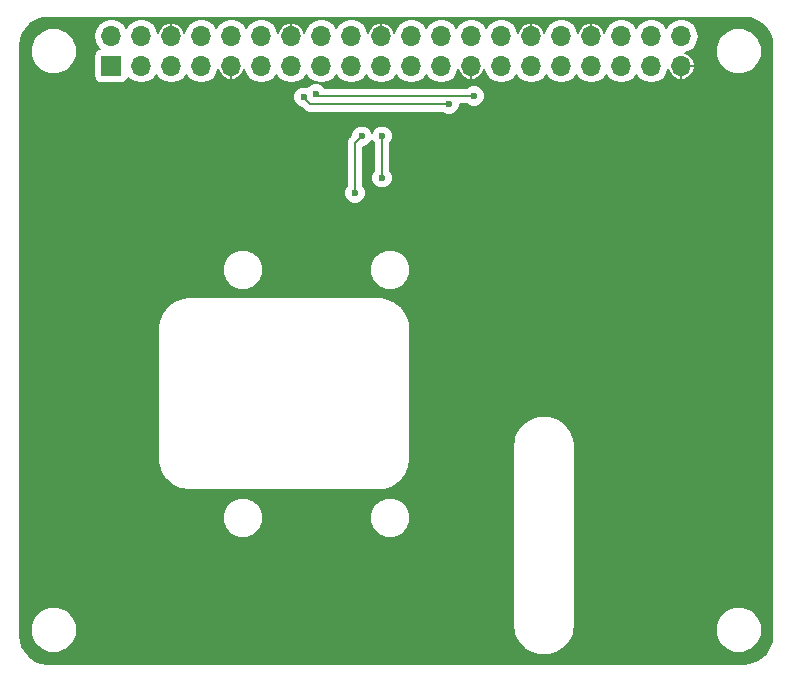
<source format=gbl>
G04 #@! TF.GenerationSoftware,KiCad,Pcbnew,(5.0.2)-1*
G04 #@! TF.CreationDate,2019-03-22T12:59:56+11:00*
G04 #@! TF.ProjectId,VeinCamHat,5665696e-4361-46d4-9861-742e6b696361,rev?*
G04 #@! TF.SameCoordinates,Original*
G04 #@! TF.FileFunction,Copper,L2,Bot*
G04 #@! TF.FilePolarity,Positive*
%FSLAX46Y46*%
G04 Gerber Fmt 4.6, Leading zero omitted, Abs format (unit mm)*
G04 Created by KiCad (PCBNEW (5.0.2)-1) date 22/03/2019 12:59:56*
%MOMM*%
%LPD*%
G01*
G04 APERTURE LIST*
G04 #@! TA.AperFunction,ComponentPad*
%ADD10R,1.700000X1.700000*%
G04 #@! TD*
G04 #@! TA.AperFunction,ComponentPad*
%ADD11O,1.700000X1.700000*%
G04 #@! TD*
G04 #@! TA.AperFunction,ViaPad*
%ADD12C,0.600000*%
G04 #@! TD*
G04 #@! TA.AperFunction,Conductor*
%ADD13C,0.200000*%
G04 #@! TD*
G04 APERTURE END LIST*
D10*
G04 #@! TO.P,J1,1*
G04 #@! TO.N,Net-(J1-Pad1)*
X208370000Y-98770000D03*
D11*
G04 #@! TO.P,J1,2*
G04 #@! TO.N,+5V*
X208370000Y-96230000D03*
G04 #@! TO.P,J1,3*
G04 #@! TO.N,Net-(J1-Pad3)*
X210910000Y-98770000D03*
G04 #@! TO.P,J1,4*
G04 #@! TO.N,+5V*
X210910000Y-96230000D03*
G04 #@! TO.P,J1,5*
G04 #@! TO.N,Net-(J1-Pad5)*
X213450000Y-98770000D03*
G04 #@! TO.P,J1,6*
G04 #@! TO.N,GND*
X213450000Y-96230000D03*
G04 #@! TO.P,J1,7*
G04 #@! TO.N,/LED_READY*
X215990000Y-98770000D03*
G04 #@! TO.P,J1,8*
G04 #@! TO.N,/LED_BOOT*
X215990000Y-96230000D03*
G04 #@! TO.P,J1,9*
G04 #@! TO.N,GND*
X218530000Y-98770000D03*
G04 #@! TO.P,J1,10*
G04 #@! TO.N,Net-(J1-Pad10)*
X218530000Y-96230000D03*
G04 #@! TO.P,J1,11*
G04 #@! TO.N,Net-(J1-Pad11)*
X221070000Y-98770000D03*
G04 #@! TO.P,J1,12*
G04 #@! TO.N,/LED_940*
X221070000Y-96230000D03*
G04 #@! TO.P,J1,13*
G04 #@! TO.N,Net-(J1-Pad13)*
X223610000Y-98770000D03*
G04 #@! TO.P,J1,14*
G04 #@! TO.N,GND*
X223610000Y-96230000D03*
G04 #@! TO.P,J1,15*
G04 #@! TO.N,Net-(J1-Pad15)*
X226150000Y-98770000D03*
G04 #@! TO.P,J1,16*
G04 #@! TO.N,Net-(J1-Pad16)*
X226150000Y-96230000D03*
G04 #@! TO.P,J1,17*
G04 #@! TO.N,Net-(J1-Pad17)*
X228690000Y-98770000D03*
G04 #@! TO.P,J1,18*
G04 #@! TO.N,Net-(J1-Pad18)*
X228690000Y-96230000D03*
G04 #@! TO.P,J1,19*
G04 #@! TO.N,Net-(J1-Pad19)*
X231230000Y-98770000D03*
G04 #@! TO.P,J1,20*
G04 #@! TO.N,GND*
X231230000Y-96230000D03*
G04 #@! TO.P,J1,21*
G04 #@! TO.N,Net-(J1-Pad21)*
X233770000Y-98770000D03*
G04 #@! TO.P,J1,22*
G04 #@! TO.N,Net-(J1-Pad22)*
X233770000Y-96230000D03*
G04 #@! TO.P,J1,23*
G04 #@! TO.N,Net-(J1-Pad23)*
X236310000Y-98770000D03*
G04 #@! TO.P,J1,24*
G04 #@! TO.N,Net-(J1-Pad24)*
X236310000Y-96230000D03*
G04 #@! TO.P,J1,25*
G04 #@! TO.N,GND*
X238850000Y-98770000D03*
G04 #@! TO.P,J1,26*
G04 #@! TO.N,Net-(J1-Pad26)*
X238850000Y-96230000D03*
G04 #@! TO.P,J1,27*
G04 #@! TO.N,Net-(J1-Pad27)*
X241390000Y-98770000D03*
G04 #@! TO.P,J1,28*
G04 #@! TO.N,Net-(J1-Pad28)*
X241390000Y-96230000D03*
G04 #@! TO.P,J1,29*
G04 #@! TO.N,Net-(J1-Pad29)*
X243930000Y-98770000D03*
G04 #@! TO.P,J1,30*
G04 #@! TO.N,GND*
X243930000Y-96230000D03*
G04 #@! TO.P,J1,31*
G04 #@! TO.N,Net-(J1-Pad31)*
X246470000Y-98770000D03*
G04 #@! TO.P,J1,32*
G04 #@! TO.N,Net-(J1-Pad32)*
X246470000Y-96230000D03*
G04 #@! TO.P,J1,33*
G04 #@! TO.N,/LED_850*
X249010000Y-98770000D03*
G04 #@! TO.P,J1,34*
G04 #@! TO.N,GND*
X249010000Y-96230000D03*
G04 #@! TO.P,J1,35*
G04 #@! TO.N,Net-(J1-Pad35)*
X251550000Y-98770000D03*
G04 #@! TO.P,J1,36*
G04 #@! TO.N,Net-(J1-Pad36)*
X251550000Y-96230000D03*
G04 #@! TO.P,J1,37*
G04 #@! TO.N,Net-(J1-Pad37)*
X254090000Y-98770000D03*
G04 #@! TO.P,J1,38*
G04 #@! TO.N,Net-(J1-Pad38)*
X254090000Y-96230000D03*
G04 #@! TO.P,J1,39*
G04 #@! TO.N,GND*
X256630000Y-98770000D03*
G04 #@! TO.P,J1,40*
G04 #@! TO.N,Net-(J1-Pad40)*
X256630000Y-96230000D03*
G04 #@! TD*
D12*
G04 #@! TO.N,GND*
X234000000Y-109800000D03*
X235600000Y-111500000D03*
X234300000Y-112700000D03*
X231900000Y-112000000D03*
X230000000Y-108400000D03*
X227000000Y-108600000D03*
X260000000Y-105000000D03*
X260000000Y-115000000D03*
X260000000Y-125000000D03*
X260000000Y-135000000D03*
X250000000Y-120000000D03*
X250000000Y-130000000D03*
X250000000Y-140000000D03*
X250000000Y-110000000D03*
X240000000Y-105000000D03*
X240000000Y-145000000D03*
X210000000Y-105000000D03*
X207400000Y-148100000D03*
X219400000Y-148300000D03*
G04 #@! TO.N,/LED_READY*
X237000000Y-102000000D03*
X224700000Y-101400000D03*
G04 #@! TO.N,/LED_BOOT*
X239100000Y-101300000D03*
X225700000Y-101100000D03*
G04 #@! TO.N,/LED_940*
X229600000Y-104700000D03*
X229000005Y-109500000D03*
G04 #@! TO.N,/LED_850*
X231300000Y-104700000D03*
X231299987Y-108200013D03*
G04 #@! TD*
D13*
G04 #@! TO.N,/LED_READY*
X236575736Y-102000000D02*
X237000000Y-102000000D01*
X225200000Y-102000000D02*
X224700000Y-101500000D01*
X224700000Y-101500000D02*
X224700000Y-101400000D01*
X237000000Y-102000000D02*
X225200000Y-102000000D01*
G04 #@! TO.N,/LED_BOOT*
X225900000Y-101300000D02*
X225700000Y-101100000D01*
X239100000Y-101300000D02*
X225900000Y-101300000D01*
G04 #@! TO.N,/LED_940*
X229000005Y-105299995D02*
X229000005Y-109075736D01*
X229000005Y-109075736D02*
X229000005Y-109500000D01*
X229600000Y-104700000D02*
X229000005Y-105299995D01*
G04 #@! TO.N,/LED_850*
X231300000Y-104700000D02*
X231300000Y-108199988D01*
G04 #@! TD*
G04 #@! TO.N,GND*
G36*
X262539604Y-94717314D02*
X263050261Y-94902674D01*
X263504584Y-95200541D01*
X263878194Y-95594933D01*
X264151054Y-96064697D01*
X264311105Y-96593144D01*
X264350001Y-97028963D01*
X264350000Y-146962235D01*
X264282686Y-147539604D01*
X264097326Y-148050261D01*
X263799459Y-148504584D01*
X263405071Y-148878191D01*
X262935303Y-149151054D01*
X262406856Y-149311105D01*
X261971049Y-149350000D01*
X203037765Y-149350000D01*
X202460396Y-149282686D01*
X201949739Y-149097326D01*
X201495416Y-148799459D01*
X201121809Y-148405071D01*
X200848946Y-147935303D01*
X200688895Y-147406856D01*
X200650000Y-146971049D01*
X200650000Y-146112121D01*
X201550000Y-146112121D01*
X201550000Y-146887879D01*
X201846870Y-147604586D01*
X202395414Y-148153130D01*
X203112121Y-148450000D01*
X203887879Y-148450000D01*
X204604586Y-148153130D01*
X205153130Y-147604586D01*
X205450000Y-146887879D01*
X205450000Y-146112121D01*
X205430075Y-146064017D01*
X242350000Y-146064017D01*
X242356714Y-146097770D01*
X242356714Y-146116581D01*
X242357888Y-146124435D01*
X242445129Y-146684744D01*
X242470927Y-146769125D01*
X242495681Y-146853777D01*
X242499011Y-146860986D01*
X242740006Y-147374289D01*
X242788433Y-147448011D01*
X242835968Y-147522340D01*
X242841188Y-147528324D01*
X243216563Y-147953355D01*
X243283737Y-148010524D01*
X243350221Y-148068522D01*
X243356911Y-148072801D01*
X243836490Y-148375391D01*
X243917011Y-148411410D01*
X243997098Y-148448415D01*
X244004719Y-148450644D01*
X244549949Y-148606472D01*
X244637372Y-148618447D01*
X244724599Y-148631483D01*
X244732540Y-148631484D01*
X245299590Y-148628020D01*
X245386837Y-148614981D01*
X245474238Y-148603008D01*
X245481860Y-148600779D01*
X246025145Y-148438302D01*
X246105202Y-148401310D01*
X246185753Y-148365278D01*
X246192444Y-148361000D01*
X246668289Y-148052572D01*
X246734790Y-147994559D01*
X246801946Y-147937405D01*
X246807167Y-147931421D01*
X247177322Y-147501836D01*
X247224839Y-147427535D01*
X247273284Y-147353785D01*
X247276615Y-147346576D01*
X247511321Y-146830368D01*
X247536090Y-146745665D01*
X247561872Y-146661334D01*
X247563046Y-146653480D01*
X247640574Y-146112121D01*
X259550000Y-146112121D01*
X259550000Y-146887879D01*
X259846870Y-147604586D01*
X260395414Y-148153130D01*
X261112121Y-148450000D01*
X261887879Y-148450000D01*
X262604586Y-148153130D01*
X263153130Y-147604586D01*
X263450000Y-146887879D01*
X263450000Y-146112121D01*
X263153130Y-145395414D01*
X262604586Y-144846870D01*
X261887879Y-144550000D01*
X261112121Y-144550000D01*
X260395414Y-144846870D01*
X259846870Y-145395414D01*
X259550000Y-146112121D01*
X247640574Y-146112121D01*
X247640942Y-146109556D01*
X247650000Y-146064018D01*
X247650000Y-130935982D01*
X247643286Y-130902229D01*
X247643286Y-130883419D01*
X247642112Y-130875565D01*
X247554871Y-130315256D01*
X247529070Y-130230864D01*
X247504319Y-130146223D01*
X247500989Y-130139014D01*
X247259994Y-129625711D01*
X247211555Y-129551970D01*
X247164032Y-129477661D01*
X247158812Y-129471676D01*
X246783437Y-129046645D01*
X246716242Y-128989458D01*
X246649778Y-128931478D01*
X246643089Y-128927199D01*
X246163510Y-128624608D01*
X246082953Y-128588574D01*
X246002902Y-128551585D01*
X245995281Y-128549356D01*
X245450051Y-128393528D01*
X245362640Y-128381555D01*
X245275402Y-128368517D01*
X245267461Y-128368516D01*
X244700410Y-128371980D01*
X244613169Y-128385019D01*
X244525762Y-128396992D01*
X244518139Y-128399221D01*
X243974855Y-128561698D01*
X243894798Y-128598690D01*
X243814247Y-128634722D01*
X243807556Y-128639001D01*
X243331710Y-128947428D01*
X243265188Y-129005459D01*
X243198054Y-129062595D01*
X243192833Y-129068578D01*
X242822678Y-129498164D01*
X242775148Y-129572485D01*
X242726716Y-129646216D01*
X242723385Y-129653424D01*
X242488679Y-130169633D01*
X242463917Y-130254313D01*
X242438128Y-130338666D01*
X242436954Y-130346520D01*
X242359056Y-130890462D01*
X242350001Y-130935982D01*
X242350000Y-146064017D01*
X205430075Y-146064017D01*
X205153130Y-145395414D01*
X204604586Y-144846870D01*
X203887879Y-144550000D01*
X203112121Y-144550000D01*
X202395414Y-144846870D01*
X201846870Y-145395414D01*
X201550000Y-146112121D01*
X200650000Y-146112121D01*
X200650000Y-136661849D01*
X217800000Y-136661849D01*
X217800000Y-137338151D01*
X218058810Y-137962973D01*
X218537027Y-138441190D01*
X219161849Y-138700000D01*
X219838151Y-138700000D01*
X220462973Y-138441190D01*
X220941190Y-137962973D01*
X221200000Y-137338151D01*
X221200000Y-136661849D01*
X230300000Y-136661849D01*
X230300000Y-137338151D01*
X230558810Y-137962973D01*
X231037027Y-138441190D01*
X231661849Y-138700000D01*
X232338151Y-138700000D01*
X232962973Y-138441190D01*
X233441190Y-137962973D01*
X233700000Y-137338151D01*
X233700000Y-136661849D01*
X233441190Y-136037027D01*
X232962973Y-135558810D01*
X232338151Y-135300000D01*
X231661849Y-135300000D01*
X231037027Y-135558810D01*
X230558810Y-136037027D01*
X230300000Y-136661849D01*
X221200000Y-136661849D01*
X220941190Y-136037027D01*
X220462973Y-135558810D01*
X219838151Y-135300000D01*
X219161849Y-135300000D01*
X218537027Y-135558810D01*
X218058810Y-136037027D01*
X217800000Y-136661849D01*
X200650000Y-136661849D01*
X200650000Y-120933520D01*
X212325000Y-120933520D01*
X212325001Y-132066481D01*
X212329915Y-132091184D01*
X212348824Y-132345641D01*
X212363609Y-132412886D01*
X212372954Y-132481109D01*
X212375269Y-132489023D01*
X212537746Y-133032308D01*
X212576177Y-133115480D01*
X212613579Y-133199094D01*
X212618018Y-133206035D01*
X212618021Y-133206041D01*
X212618025Y-133206045D01*
X212926450Y-133681887D01*
X212986647Y-133750892D01*
X213046045Y-133820685D01*
X213052260Y-133826106D01*
X213481845Y-134196261D01*
X213559033Y-134245626D01*
X213635591Y-134295914D01*
X213643072Y-134299371D01*
X213643075Y-134299373D01*
X213643078Y-134299374D01*
X214159285Y-134534079D01*
X214247225Y-134559795D01*
X214334820Y-134586575D01*
X214342974Y-134587794D01*
X214342976Y-134587794D01*
X214886234Y-134665595D01*
X214933519Y-134675000D01*
X231066481Y-134675000D01*
X231091192Y-134670085D01*
X231345641Y-134651176D01*
X231412886Y-134636391D01*
X231481109Y-134627046D01*
X231489023Y-134624731D01*
X232032308Y-134462254D01*
X232115480Y-134423823D01*
X232199094Y-134386421D01*
X232206035Y-134381982D01*
X232206041Y-134381979D01*
X232206045Y-134381975D01*
X232681887Y-134073550D01*
X232750892Y-134013353D01*
X232820685Y-133953955D01*
X232826106Y-133947740D01*
X233196261Y-133518155D01*
X233245626Y-133440967D01*
X233295914Y-133364409D01*
X233299373Y-133356924D01*
X233534079Y-132840715D01*
X233559795Y-132752775D01*
X233586575Y-132665180D01*
X233587794Y-132657024D01*
X233665595Y-132113766D01*
X233675000Y-132066481D01*
X233675000Y-120933519D01*
X233670085Y-120908808D01*
X233651176Y-120654358D01*
X233636391Y-120587112D01*
X233627046Y-120518891D01*
X233624731Y-120510976D01*
X233462254Y-119967692D01*
X233423839Y-119884553D01*
X233386421Y-119800905D01*
X233381978Y-119793959D01*
X233381978Y-119793958D01*
X233381975Y-119793955D01*
X233073550Y-119318113D01*
X233013337Y-119249089D01*
X232953955Y-119179315D01*
X232947741Y-119173894D01*
X232518155Y-118803739D01*
X232440997Y-118754394D01*
X232364409Y-118704085D01*
X232356930Y-118700630D01*
X232356925Y-118700627D01*
X232356919Y-118700625D01*
X231840715Y-118465921D01*
X231752785Y-118440208D01*
X231665180Y-118413425D01*
X231657024Y-118412206D01*
X231113766Y-118334405D01*
X231066481Y-118325000D01*
X214933519Y-118325000D01*
X214908808Y-118329915D01*
X214654358Y-118348824D01*
X214587112Y-118363609D01*
X214518891Y-118372954D01*
X214510976Y-118375269D01*
X213967692Y-118537746D01*
X213884553Y-118576161D01*
X213800905Y-118613579D01*
X213793962Y-118618020D01*
X213793958Y-118618022D01*
X213793955Y-118618025D01*
X213318113Y-118926450D01*
X213249089Y-118986663D01*
X213179315Y-119046045D01*
X213173894Y-119052259D01*
X212803739Y-119481845D01*
X212754394Y-119559003D01*
X212704085Y-119635591D01*
X212700630Y-119643070D01*
X212700627Y-119643075D01*
X212700625Y-119643081D01*
X212465921Y-120159285D01*
X212440208Y-120247215D01*
X212413425Y-120334820D01*
X212412206Y-120342976D01*
X212334405Y-120886238D01*
X212325000Y-120933520D01*
X200650000Y-120933520D01*
X200650000Y-115661849D01*
X217800000Y-115661849D01*
X217800000Y-116338151D01*
X218058810Y-116962973D01*
X218537027Y-117441190D01*
X219161849Y-117700000D01*
X219838151Y-117700000D01*
X220462973Y-117441190D01*
X220941190Y-116962973D01*
X221200000Y-116338151D01*
X221200000Y-115661849D01*
X230300000Y-115661849D01*
X230300000Y-116338151D01*
X230558810Y-116962973D01*
X231037027Y-117441190D01*
X231661849Y-117700000D01*
X232338151Y-117700000D01*
X232962973Y-117441190D01*
X233441190Y-116962973D01*
X233700000Y-116338151D01*
X233700000Y-115661849D01*
X233441190Y-115037027D01*
X232962973Y-114558810D01*
X232338151Y-114300000D01*
X231661849Y-114300000D01*
X231037027Y-114558810D01*
X230558810Y-115037027D01*
X230300000Y-115661849D01*
X221200000Y-115661849D01*
X220941190Y-115037027D01*
X220462973Y-114558810D01*
X219838151Y-114300000D01*
X219161849Y-114300000D01*
X218537027Y-114558810D01*
X218058810Y-115037027D01*
X217800000Y-115661849D01*
X200650000Y-115661849D01*
X200650000Y-109320979D01*
X228100005Y-109320979D01*
X228100005Y-109679021D01*
X228237022Y-110009809D01*
X228490196Y-110262983D01*
X228820984Y-110400000D01*
X229179026Y-110400000D01*
X229509814Y-110262983D01*
X229762988Y-110009809D01*
X229900005Y-109679021D01*
X229900005Y-109320979D01*
X229762988Y-108990191D01*
X229700005Y-108927208D01*
X229700005Y-105600000D01*
X229779021Y-105600000D01*
X230109809Y-105462983D01*
X230362983Y-105209809D01*
X230450000Y-104999732D01*
X230537017Y-105209809D01*
X230600000Y-105272792D01*
X230600001Y-107627207D01*
X230537004Y-107690204D01*
X230399987Y-108020992D01*
X230399987Y-108379034D01*
X230537004Y-108709822D01*
X230790178Y-108962996D01*
X231120966Y-109100013D01*
X231479008Y-109100013D01*
X231809796Y-108962996D01*
X232062970Y-108709822D01*
X232199987Y-108379034D01*
X232199987Y-108020992D01*
X232062970Y-107690204D01*
X232000000Y-107627234D01*
X232000000Y-105272792D01*
X232062983Y-105209809D01*
X232200000Y-104879021D01*
X232200000Y-104520979D01*
X232062983Y-104190191D01*
X231809809Y-103937017D01*
X231479021Y-103800000D01*
X231120979Y-103800000D01*
X230790191Y-103937017D01*
X230537017Y-104190191D01*
X230450000Y-104400268D01*
X230362983Y-104190191D01*
X230109809Y-103937017D01*
X229779021Y-103800000D01*
X229420979Y-103800000D01*
X229090191Y-103937017D01*
X228837017Y-104190191D01*
X228700000Y-104520979D01*
X228700000Y-104610052D01*
X228553779Y-104756273D01*
X228495334Y-104795325D01*
X228340620Y-105026870D01*
X228300005Y-105231056D01*
X228300005Y-105231060D01*
X228286293Y-105299995D01*
X228300005Y-105368930D01*
X228300006Y-108927207D01*
X228237022Y-108990191D01*
X228100005Y-109320979D01*
X200650000Y-109320979D01*
X200650000Y-101220979D01*
X223800000Y-101220979D01*
X223800000Y-101579021D01*
X223937017Y-101909809D01*
X224190191Y-102162983D01*
X224502324Y-102292273D01*
X224656277Y-102446226D01*
X224695329Y-102504671D01*
X224753773Y-102543722D01*
X224926873Y-102659385D01*
X224973040Y-102668568D01*
X225131060Y-102700000D01*
X225131063Y-102700000D01*
X225200000Y-102713712D01*
X225268936Y-102700000D01*
X236427208Y-102700000D01*
X236490191Y-102762983D01*
X236820979Y-102900000D01*
X237179021Y-102900000D01*
X237509809Y-102762983D01*
X237762983Y-102509809D01*
X237900000Y-102179021D01*
X237900000Y-102000000D01*
X238527208Y-102000000D01*
X238590191Y-102062983D01*
X238920979Y-102200000D01*
X239279021Y-102200000D01*
X239609809Y-102062983D01*
X239862983Y-101809809D01*
X240000000Y-101479021D01*
X240000000Y-101120979D01*
X239862983Y-100790191D01*
X239609809Y-100537017D01*
X239279021Y-100400000D01*
X238920979Y-100400000D01*
X238590191Y-100537017D01*
X238527208Y-100600000D01*
X226467046Y-100600000D01*
X226462983Y-100590191D01*
X226209809Y-100337017D01*
X225879021Y-100200000D01*
X225520979Y-100200000D01*
X225190191Y-100337017D01*
X224983805Y-100543403D01*
X224879021Y-100500000D01*
X224520979Y-100500000D01*
X224190191Y-100637017D01*
X223937017Y-100890191D01*
X223800000Y-101220979D01*
X200650000Y-101220979D01*
X200650000Y-97112121D01*
X201550000Y-97112121D01*
X201550000Y-97887879D01*
X201846870Y-98604586D01*
X202395414Y-99153130D01*
X203112121Y-99450000D01*
X203887879Y-99450000D01*
X204604586Y-99153130D01*
X205153130Y-98604586D01*
X205450000Y-97887879D01*
X205450000Y-97112121D01*
X205153130Y-96395414D01*
X204987716Y-96230000D01*
X206891593Y-96230000D01*
X207004130Y-96795762D01*
X207324608Y-97275392D01*
X207407321Y-97330659D01*
X207285892Y-97354813D01*
X207087425Y-97487425D01*
X206954813Y-97685892D01*
X206908246Y-97920000D01*
X206908246Y-99620000D01*
X206954813Y-99854108D01*
X207087425Y-100052575D01*
X207285892Y-100185187D01*
X207520000Y-100231754D01*
X209220000Y-100231754D01*
X209454108Y-100185187D01*
X209652575Y-100052575D01*
X209785187Y-99854108D01*
X209809341Y-99732679D01*
X209864608Y-99815392D01*
X210344238Y-100135870D01*
X210767188Y-100220000D01*
X211052812Y-100220000D01*
X211475762Y-100135870D01*
X211955392Y-99815392D01*
X212180000Y-99479242D01*
X212404608Y-99815392D01*
X212884238Y-100135870D01*
X213307188Y-100220000D01*
X213592812Y-100220000D01*
X214015762Y-100135870D01*
X214495392Y-99815392D01*
X214720000Y-99479242D01*
X214944608Y-99815392D01*
X215424238Y-100135870D01*
X215847188Y-100220000D01*
X216132812Y-100220000D01*
X216555762Y-100135870D01*
X217035392Y-99815392D01*
X217355870Y-99335762D01*
X217415265Y-99037163D01*
X217543559Y-99380356D01*
X217852220Y-99711390D01*
X218264067Y-99899106D01*
X218343599Y-99914925D01*
X218525000Y-99852488D01*
X218525000Y-98775000D01*
X218505000Y-98775000D01*
X218505000Y-98765000D01*
X218525000Y-98765000D01*
X218525000Y-98745000D01*
X218535000Y-98745000D01*
X218535000Y-98765000D01*
X218555000Y-98765000D01*
X218555000Y-98775000D01*
X218535000Y-98775000D01*
X218535000Y-99852488D01*
X218716401Y-99914925D01*
X218795933Y-99899106D01*
X219207780Y-99711390D01*
X219516441Y-99380356D01*
X219644735Y-99037163D01*
X219704130Y-99335762D01*
X220024608Y-99815392D01*
X220504238Y-100135870D01*
X220927188Y-100220000D01*
X221212812Y-100220000D01*
X221635762Y-100135870D01*
X222115392Y-99815392D01*
X222340000Y-99479242D01*
X222564608Y-99815392D01*
X223044238Y-100135870D01*
X223467188Y-100220000D01*
X223752812Y-100220000D01*
X224175762Y-100135870D01*
X224655392Y-99815392D01*
X224880000Y-99479242D01*
X225104608Y-99815392D01*
X225584238Y-100135870D01*
X226007188Y-100220000D01*
X226292812Y-100220000D01*
X226715762Y-100135870D01*
X227195392Y-99815392D01*
X227420000Y-99479242D01*
X227644608Y-99815392D01*
X228124238Y-100135870D01*
X228547188Y-100220000D01*
X228832812Y-100220000D01*
X229255762Y-100135870D01*
X229735392Y-99815392D01*
X229960000Y-99479242D01*
X230184608Y-99815392D01*
X230664238Y-100135870D01*
X231087188Y-100220000D01*
X231372812Y-100220000D01*
X231795762Y-100135870D01*
X232275392Y-99815392D01*
X232500000Y-99479242D01*
X232724608Y-99815392D01*
X233204238Y-100135870D01*
X233627188Y-100220000D01*
X233912812Y-100220000D01*
X234335762Y-100135870D01*
X234815392Y-99815392D01*
X235040000Y-99479242D01*
X235264608Y-99815392D01*
X235744238Y-100135870D01*
X236167188Y-100220000D01*
X236452812Y-100220000D01*
X236875762Y-100135870D01*
X237355392Y-99815392D01*
X237675870Y-99335762D01*
X237735265Y-99037163D01*
X237863559Y-99380356D01*
X238172220Y-99711390D01*
X238584067Y-99899106D01*
X238663599Y-99914925D01*
X238845000Y-99852488D01*
X238845000Y-98775000D01*
X238825000Y-98775000D01*
X238825000Y-98765000D01*
X238845000Y-98765000D01*
X238845000Y-98745000D01*
X238855000Y-98745000D01*
X238855000Y-98765000D01*
X238875000Y-98765000D01*
X238875000Y-98775000D01*
X238855000Y-98775000D01*
X238855000Y-99852488D01*
X239036401Y-99914925D01*
X239115933Y-99899106D01*
X239527780Y-99711390D01*
X239836441Y-99380356D01*
X239964735Y-99037163D01*
X240024130Y-99335762D01*
X240344608Y-99815392D01*
X240824238Y-100135870D01*
X241247188Y-100220000D01*
X241532812Y-100220000D01*
X241955762Y-100135870D01*
X242435392Y-99815392D01*
X242660000Y-99479242D01*
X242884608Y-99815392D01*
X243364238Y-100135870D01*
X243787188Y-100220000D01*
X244072812Y-100220000D01*
X244495762Y-100135870D01*
X244975392Y-99815392D01*
X245200000Y-99479242D01*
X245424608Y-99815392D01*
X245904238Y-100135870D01*
X246327188Y-100220000D01*
X246612812Y-100220000D01*
X247035762Y-100135870D01*
X247515392Y-99815392D01*
X247740000Y-99479242D01*
X247964608Y-99815392D01*
X248444238Y-100135870D01*
X248867188Y-100220000D01*
X249152812Y-100220000D01*
X249575762Y-100135870D01*
X250055392Y-99815392D01*
X250280000Y-99479242D01*
X250504608Y-99815392D01*
X250984238Y-100135870D01*
X251407188Y-100220000D01*
X251692812Y-100220000D01*
X252115762Y-100135870D01*
X252595392Y-99815392D01*
X252820000Y-99479242D01*
X253044608Y-99815392D01*
X253524238Y-100135870D01*
X253947188Y-100220000D01*
X254232812Y-100220000D01*
X254655762Y-100135870D01*
X255135392Y-99815392D01*
X255455870Y-99335762D01*
X255515265Y-99037163D01*
X255643559Y-99380356D01*
X255952220Y-99711390D01*
X256364067Y-99899106D01*
X256443599Y-99914925D01*
X256625000Y-99852488D01*
X256625000Y-98775000D01*
X256635000Y-98775000D01*
X256635000Y-99852488D01*
X256816401Y-99914925D01*
X256895933Y-99899106D01*
X257307780Y-99711390D01*
X257616441Y-99380356D01*
X257774926Y-98956401D01*
X257712490Y-98775000D01*
X256635000Y-98775000D01*
X256625000Y-98775000D01*
X256605000Y-98775000D01*
X256605000Y-98765000D01*
X256625000Y-98765000D01*
X256625000Y-98745000D01*
X256635000Y-98745000D01*
X256635000Y-98765000D01*
X257712490Y-98765000D01*
X257774926Y-98583599D01*
X257616441Y-98159644D01*
X257307780Y-97828610D01*
X256918257Y-97651069D01*
X257195762Y-97595870D01*
X257675392Y-97275392D01*
X257784486Y-97112121D01*
X259550000Y-97112121D01*
X259550000Y-97887879D01*
X259846870Y-98604586D01*
X260395414Y-99153130D01*
X261112121Y-99450000D01*
X261887879Y-99450000D01*
X262604586Y-99153130D01*
X263153130Y-98604586D01*
X263450000Y-97887879D01*
X263450000Y-97112121D01*
X263153130Y-96395414D01*
X262604586Y-95846870D01*
X261887879Y-95550000D01*
X261112121Y-95550000D01*
X260395414Y-95846870D01*
X259846870Y-96395414D01*
X259550000Y-97112121D01*
X257784486Y-97112121D01*
X257995870Y-96795762D01*
X258108407Y-96230000D01*
X257995870Y-95664238D01*
X257675392Y-95184608D01*
X257195762Y-94864130D01*
X256772812Y-94780000D01*
X256487188Y-94780000D01*
X256064238Y-94864130D01*
X255584608Y-95184608D01*
X255360000Y-95520758D01*
X255135392Y-95184608D01*
X254655762Y-94864130D01*
X254232812Y-94780000D01*
X253947188Y-94780000D01*
X253524238Y-94864130D01*
X253044608Y-95184608D01*
X252820000Y-95520758D01*
X252595392Y-95184608D01*
X252115762Y-94864130D01*
X251692812Y-94780000D01*
X251407188Y-94780000D01*
X250984238Y-94864130D01*
X250504608Y-95184608D01*
X250184130Y-95664238D01*
X250124735Y-95962837D01*
X249996441Y-95619644D01*
X249687780Y-95288610D01*
X249275933Y-95100894D01*
X249196401Y-95085075D01*
X249015000Y-95147512D01*
X249015000Y-96225000D01*
X249035000Y-96225000D01*
X249035000Y-96235000D01*
X249015000Y-96235000D01*
X249015000Y-96255000D01*
X249005000Y-96255000D01*
X249005000Y-96235000D01*
X248985000Y-96235000D01*
X248985000Y-96225000D01*
X249005000Y-96225000D01*
X249005000Y-95147512D01*
X248823599Y-95085075D01*
X248744067Y-95100894D01*
X248332220Y-95288610D01*
X248023559Y-95619644D01*
X247895265Y-95962837D01*
X247835870Y-95664238D01*
X247515392Y-95184608D01*
X247035762Y-94864130D01*
X246612812Y-94780000D01*
X246327188Y-94780000D01*
X245904238Y-94864130D01*
X245424608Y-95184608D01*
X245104130Y-95664238D01*
X245044735Y-95962837D01*
X244916441Y-95619644D01*
X244607780Y-95288610D01*
X244195933Y-95100894D01*
X244116401Y-95085075D01*
X243935000Y-95147512D01*
X243935000Y-96225000D01*
X243955000Y-96225000D01*
X243955000Y-96235000D01*
X243935000Y-96235000D01*
X243935000Y-96255000D01*
X243925000Y-96255000D01*
X243925000Y-96235000D01*
X243905000Y-96235000D01*
X243905000Y-96225000D01*
X243925000Y-96225000D01*
X243925000Y-95147512D01*
X243743599Y-95085075D01*
X243664067Y-95100894D01*
X243252220Y-95288610D01*
X242943559Y-95619644D01*
X242815265Y-95962837D01*
X242755870Y-95664238D01*
X242435392Y-95184608D01*
X241955762Y-94864130D01*
X241532812Y-94780000D01*
X241247188Y-94780000D01*
X240824238Y-94864130D01*
X240344608Y-95184608D01*
X240120000Y-95520758D01*
X239895392Y-95184608D01*
X239415762Y-94864130D01*
X238992812Y-94780000D01*
X238707188Y-94780000D01*
X238284238Y-94864130D01*
X237804608Y-95184608D01*
X237580000Y-95520758D01*
X237355392Y-95184608D01*
X236875762Y-94864130D01*
X236452812Y-94780000D01*
X236167188Y-94780000D01*
X235744238Y-94864130D01*
X235264608Y-95184608D01*
X235040000Y-95520758D01*
X234815392Y-95184608D01*
X234335762Y-94864130D01*
X233912812Y-94780000D01*
X233627188Y-94780000D01*
X233204238Y-94864130D01*
X232724608Y-95184608D01*
X232404130Y-95664238D01*
X232344735Y-95962837D01*
X232216441Y-95619644D01*
X231907780Y-95288610D01*
X231495933Y-95100894D01*
X231416401Y-95085075D01*
X231235000Y-95147512D01*
X231235000Y-96225000D01*
X231255000Y-96225000D01*
X231255000Y-96235000D01*
X231235000Y-96235000D01*
X231235000Y-96255000D01*
X231225000Y-96255000D01*
X231225000Y-96235000D01*
X231205000Y-96235000D01*
X231205000Y-96225000D01*
X231225000Y-96225000D01*
X231225000Y-95147512D01*
X231043599Y-95085075D01*
X230964067Y-95100894D01*
X230552220Y-95288610D01*
X230243559Y-95619644D01*
X230115265Y-95962837D01*
X230055870Y-95664238D01*
X229735392Y-95184608D01*
X229255762Y-94864130D01*
X228832812Y-94780000D01*
X228547188Y-94780000D01*
X228124238Y-94864130D01*
X227644608Y-95184608D01*
X227420000Y-95520758D01*
X227195392Y-95184608D01*
X226715762Y-94864130D01*
X226292812Y-94780000D01*
X226007188Y-94780000D01*
X225584238Y-94864130D01*
X225104608Y-95184608D01*
X224784130Y-95664238D01*
X224724735Y-95962837D01*
X224596441Y-95619644D01*
X224287780Y-95288610D01*
X223875933Y-95100894D01*
X223796401Y-95085075D01*
X223615000Y-95147512D01*
X223615000Y-96225000D01*
X223635000Y-96225000D01*
X223635000Y-96235000D01*
X223615000Y-96235000D01*
X223615000Y-96255000D01*
X223605000Y-96255000D01*
X223605000Y-96235000D01*
X223585000Y-96235000D01*
X223585000Y-96225000D01*
X223605000Y-96225000D01*
X223605000Y-95147512D01*
X223423599Y-95085075D01*
X223344067Y-95100894D01*
X222932220Y-95288610D01*
X222623559Y-95619644D01*
X222495265Y-95962837D01*
X222435870Y-95664238D01*
X222115392Y-95184608D01*
X221635762Y-94864130D01*
X221212812Y-94780000D01*
X220927188Y-94780000D01*
X220504238Y-94864130D01*
X220024608Y-95184608D01*
X219800000Y-95520758D01*
X219575392Y-95184608D01*
X219095762Y-94864130D01*
X218672812Y-94780000D01*
X218387188Y-94780000D01*
X217964238Y-94864130D01*
X217484608Y-95184608D01*
X217260000Y-95520758D01*
X217035392Y-95184608D01*
X216555762Y-94864130D01*
X216132812Y-94780000D01*
X215847188Y-94780000D01*
X215424238Y-94864130D01*
X214944608Y-95184608D01*
X214624130Y-95664238D01*
X214564735Y-95962837D01*
X214436441Y-95619644D01*
X214127780Y-95288610D01*
X213715933Y-95100894D01*
X213636401Y-95085075D01*
X213455000Y-95147512D01*
X213455000Y-96225000D01*
X213475000Y-96225000D01*
X213475000Y-96235000D01*
X213455000Y-96235000D01*
X213455000Y-96255000D01*
X213445000Y-96255000D01*
X213445000Y-96235000D01*
X213425000Y-96235000D01*
X213425000Y-96225000D01*
X213445000Y-96225000D01*
X213445000Y-95147512D01*
X213263599Y-95085075D01*
X213184067Y-95100894D01*
X212772220Y-95288610D01*
X212463559Y-95619644D01*
X212335265Y-95962837D01*
X212275870Y-95664238D01*
X211955392Y-95184608D01*
X211475762Y-94864130D01*
X211052812Y-94780000D01*
X210767188Y-94780000D01*
X210344238Y-94864130D01*
X209864608Y-95184608D01*
X209640000Y-95520758D01*
X209415392Y-95184608D01*
X208935762Y-94864130D01*
X208512812Y-94780000D01*
X208227188Y-94780000D01*
X207804238Y-94864130D01*
X207324608Y-95184608D01*
X207004130Y-95664238D01*
X206891593Y-96230000D01*
X204987716Y-96230000D01*
X204604586Y-95846870D01*
X203887879Y-95550000D01*
X203112121Y-95550000D01*
X202395414Y-95846870D01*
X201846870Y-96395414D01*
X201550000Y-97112121D01*
X200650000Y-97112121D01*
X200650000Y-97037764D01*
X200717314Y-96460396D01*
X200902674Y-95949739D01*
X201200541Y-95495416D01*
X201594933Y-95121806D01*
X202064697Y-94848946D01*
X202593144Y-94688895D01*
X203028952Y-94650000D01*
X261962236Y-94650000D01*
X262539604Y-94717314D01*
X262539604Y-94717314D01*
G37*
X262539604Y-94717314D02*
X263050261Y-94902674D01*
X263504584Y-95200541D01*
X263878194Y-95594933D01*
X264151054Y-96064697D01*
X264311105Y-96593144D01*
X264350001Y-97028963D01*
X264350000Y-146962235D01*
X264282686Y-147539604D01*
X264097326Y-148050261D01*
X263799459Y-148504584D01*
X263405071Y-148878191D01*
X262935303Y-149151054D01*
X262406856Y-149311105D01*
X261971049Y-149350000D01*
X203037765Y-149350000D01*
X202460396Y-149282686D01*
X201949739Y-149097326D01*
X201495416Y-148799459D01*
X201121809Y-148405071D01*
X200848946Y-147935303D01*
X200688895Y-147406856D01*
X200650000Y-146971049D01*
X200650000Y-146112121D01*
X201550000Y-146112121D01*
X201550000Y-146887879D01*
X201846870Y-147604586D01*
X202395414Y-148153130D01*
X203112121Y-148450000D01*
X203887879Y-148450000D01*
X204604586Y-148153130D01*
X205153130Y-147604586D01*
X205450000Y-146887879D01*
X205450000Y-146112121D01*
X205430075Y-146064017D01*
X242350000Y-146064017D01*
X242356714Y-146097770D01*
X242356714Y-146116581D01*
X242357888Y-146124435D01*
X242445129Y-146684744D01*
X242470927Y-146769125D01*
X242495681Y-146853777D01*
X242499011Y-146860986D01*
X242740006Y-147374289D01*
X242788433Y-147448011D01*
X242835968Y-147522340D01*
X242841188Y-147528324D01*
X243216563Y-147953355D01*
X243283737Y-148010524D01*
X243350221Y-148068522D01*
X243356911Y-148072801D01*
X243836490Y-148375391D01*
X243917011Y-148411410D01*
X243997098Y-148448415D01*
X244004719Y-148450644D01*
X244549949Y-148606472D01*
X244637372Y-148618447D01*
X244724599Y-148631483D01*
X244732540Y-148631484D01*
X245299590Y-148628020D01*
X245386837Y-148614981D01*
X245474238Y-148603008D01*
X245481860Y-148600779D01*
X246025145Y-148438302D01*
X246105202Y-148401310D01*
X246185753Y-148365278D01*
X246192444Y-148361000D01*
X246668289Y-148052572D01*
X246734790Y-147994559D01*
X246801946Y-147937405D01*
X246807167Y-147931421D01*
X247177322Y-147501836D01*
X247224839Y-147427535D01*
X247273284Y-147353785D01*
X247276615Y-147346576D01*
X247511321Y-146830368D01*
X247536090Y-146745665D01*
X247561872Y-146661334D01*
X247563046Y-146653480D01*
X247640574Y-146112121D01*
X259550000Y-146112121D01*
X259550000Y-146887879D01*
X259846870Y-147604586D01*
X260395414Y-148153130D01*
X261112121Y-148450000D01*
X261887879Y-148450000D01*
X262604586Y-148153130D01*
X263153130Y-147604586D01*
X263450000Y-146887879D01*
X263450000Y-146112121D01*
X263153130Y-145395414D01*
X262604586Y-144846870D01*
X261887879Y-144550000D01*
X261112121Y-144550000D01*
X260395414Y-144846870D01*
X259846870Y-145395414D01*
X259550000Y-146112121D01*
X247640574Y-146112121D01*
X247640942Y-146109556D01*
X247650000Y-146064018D01*
X247650000Y-130935982D01*
X247643286Y-130902229D01*
X247643286Y-130883419D01*
X247642112Y-130875565D01*
X247554871Y-130315256D01*
X247529070Y-130230864D01*
X247504319Y-130146223D01*
X247500989Y-130139014D01*
X247259994Y-129625711D01*
X247211555Y-129551970D01*
X247164032Y-129477661D01*
X247158812Y-129471676D01*
X246783437Y-129046645D01*
X246716242Y-128989458D01*
X246649778Y-128931478D01*
X246643089Y-128927199D01*
X246163510Y-128624608D01*
X246082953Y-128588574D01*
X246002902Y-128551585D01*
X245995281Y-128549356D01*
X245450051Y-128393528D01*
X245362640Y-128381555D01*
X245275402Y-128368517D01*
X245267461Y-128368516D01*
X244700410Y-128371980D01*
X244613169Y-128385019D01*
X244525762Y-128396992D01*
X244518139Y-128399221D01*
X243974855Y-128561698D01*
X243894798Y-128598690D01*
X243814247Y-128634722D01*
X243807556Y-128639001D01*
X243331710Y-128947428D01*
X243265188Y-129005459D01*
X243198054Y-129062595D01*
X243192833Y-129068578D01*
X242822678Y-129498164D01*
X242775148Y-129572485D01*
X242726716Y-129646216D01*
X242723385Y-129653424D01*
X242488679Y-130169633D01*
X242463917Y-130254313D01*
X242438128Y-130338666D01*
X242436954Y-130346520D01*
X242359056Y-130890462D01*
X242350001Y-130935982D01*
X242350000Y-146064017D01*
X205430075Y-146064017D01*
X205153130Y-145395414D01*
X204604586Y-144846870D01*
X203887879Y-144550000D01*
X203112121Y-144550000D01*
X202395414Y-144846870D01*
X201846870Y-145395414D01*
X201550000Y-146112121D01*
X200650000Y-146112121D01*
X200650000Y-136661849D01*
X217800000Y-136661849D01*
X217800000Y-137338151D01*
X218058810Y-137962973D01*
X218537027Y-138441190D01*
X219161849Y-138700000D01*
X219838151Y-138700000D01*
X220462973Y-138441190D01*
X220941190Y-137962973D01*
X221200000Y-137338151D01*
X221200000Y-136661849D01*
X230300000Y-136661849D01*
X230300000Y-137338151D01*
X230558810Y-137962973D01*
X231037027Y-138441190D01*
X231661849Y-138700000D01*
X232338151Y-138700000D01*
X232962973Y-138441190D01*
X233441190Y-137962973D01*
X233700000Y-137338151D01*
X233700000Y-136661849D01*
X233441190Y-136037027D01*
X232962973Y-135558810D01*
X232338151Y-135300000D01*
X231661849Y-135300000D01*
X231037027Y-135558810D01*
X230558810Y-136037027D01*
X230300000Y-136661849D01*
X221200000Y-136661849D01*
X220941190Y-136037027D01*
X220462973Y-135558810D01*
X219838151Y-135300000D01*
X219161849Y-135300000D01*
X218537027Y-135558810D01*
X218058810Y-136037027D01*
X217800000Y-136661849D01*
X200650000Y-136661849D01*
X200650000Y-120933520D01*
X212325000Y-120933520D01*
X212325001Y-132066481D01*
X212329915Y-132091184D01*
X212348824Y-132345641D01*
X212363609Y-132412886D01*
X212372954Y-132481109D01*
X212375269Y-132489023D01*
X212537746Y-133032308D01*
X212576177Y-133115480D01*
X212613579Y-133199094D01*
X212618018Y-133206035D01*
X212618021Y-133206041D01*
X212618025Y-133206045D01*
X212926450Y-133681887D01*
X212986647Y-133750892D01*
X213046045Y-133820685D01*
X213052260Y-133826106D01*
X213481845Y-134196261D01*
X213559033Y-134245626D01*
X213635591Y-134295914D01*
X213643072Y-134299371D01*
X213643075Y-134299373D01*
X213643078Y-134299374D01*
X214159285Y-134534079D01*
X214247225Y-134559795D01*
X214334820Y-134586575D01*
X214342974Y-134587794D01*
X214342976Y-134587794D01*
X214886234Y-134665595D01*
X214933519Y-134675000D01*
X231066481Y-134675000D01*
X231091192Y-134670085D01*
X231345641Y-134651176D01*
X231412886Y-134636391D01*
X231481109Y-134627046D01*
X231489023Y-134624731D01*
X232032308Y-134462254D01*
X232115480Y-134423823D01*
X232199094Y-134386421D01*
X232206035Y-134381982D01*
X232206041Y-134381979D01*
X232206045Y-134381975D01*
X232681887Y-134073550D01*
X232750892Y-134013353D01*
X232820685Y-133953955D01*
X232826106Y-133947740D01*
X233196261Y-133518155D01*
X233245626Y-133440967D01*
X233295914Y-133364409D01*
X233299373Y-133356924D01*
X233534079Y-132840715D01*
X233559795Y-132752775D01*
X233586575Y-132665180D01*
X233587794Y-132657024D01*
X233665595Y-132113766D01*
X233675000Y-132066481D01*
X233675000Y-120933519D01*
X233670085Y-120908808D01*
X233651176Y-120654358D01*
X233636391Y-120587112D01*
X233627046Y-120518891D01*
X233624731Y-120510976D01*
X233462254Y-119967692D01*
X233423839Y-119884553D01*
X233386421Y-119800905D01*
X233381978Y-119793959D01*
X233381978Y-119793958D01*
X233381975Y-119793955D01*
X233073550Y-119318113D01*
X233013337Y-119249089D01*
X232953955Y-119179315D01*
X232947741Y-119173894D01*
X232518155Y-118803739D01*
X232440997Y-118754394D01*
X232364409Y-118704085D01*
X232356930Y-118700630D01*
X232356925Y-118700627D01*
X232356919Y-118700625D01*
X231840715Y-118465921D01*
X231752785Y-118440208D01*
X231665180Y-118413425D01*
X231657024Y-118412206D01*
X231113766Y-118334405D01*
X231066481Y-118325000D01*
X214933519Y-118325000D01*
X214908808Y-118329915D01*
X214654358Y-118348824D01*
X214587112Y-118363609D01*
X214518891Y-118372954D01*
X214510976Y-118375269D01*
X213967692Y-118537746D01*
X213884553Y-118576161D01*
X213800905Y-118613579D01*
X213793962Y-118618020D01*
X213793958Y-118618022D01*
X213793955Y-118618025D01*
X213318113Y-118926450D01*
X213249089Y-118986663D01*
X213179315Y-119046045D01*
X213173894Y-119052259D01*
X212803739Y-119481845D01*
X212754394Y-119559003D01*
X212704085Y-119635591D01*
X212700630Y-119643070D01*
X212700627Y-119643075D01*
X212700625Y-119643081D01*
X212465921Y-120159285D01*
X212440208Y-120247215D01*
X212413425Y-120334820D01*
X212412206Y-120342976D01*
X212334405Y-120886238D01*
X212325000Y-120933520D01*
X200650000Y-120933520D01*
X200650000Y-115661849D01*
X217800000Y-115661849D01*
X217800000Y-116338151D01*
X218058810Y-116962973D01*
X218537027Y-117441190D01*
X219161849Y-117700000D01*
X219838151Y-117700000D01*
X220462973Y-117441190D01*
X220941190Y-116962973D01*
X221200000Y-116338151D01*
X221200000Y-115661849D01*
X230300000Y-115661849D01*
X230300000Y-116338151D01*
X230558810Y-116962973D01*
X231037027Y-117441190D01*
X231661849Y-117700000D01*
X232338151Y-117700000D01*
X232962973Y-117441190D01*
X233441190Y-116962973D01*
X233700000Y-116338151D01*
X233700000Y-115661849D01*
X233441190Y-115037027D01*
X232962973Y-114558810D01*
X232338151Y-114300000D01*
X231661849Y-114300000D01*
X231037027Y-114558810D01*
X230558810Y-115037027D01*
X230300000Y-115661849D01*
X221200000Y-115661849D01*
X220941190Y-115037027D01*
X220462973Y-114558810D01*
X219838151Y-114300000D01*
X219161849Y-114300000D01*
X218537027Y-114558810D01*
X218058810Y-115037027D01*
X217800000Y-115661849D01*
X200650000Y-115661849D01*
X200650000Y-109320979D01*
X228100005Y-109320979D01*
X228100005Y-109679021D01*
X228237022Y-110009809D01*
X228490196Y-110262983D01*
X228820984Y-110400000D01*
X229179026Y-110400000D01*
X229509814Y-110262983D01*
X229762988Y-110009809D01*
X229900005Y-109679021D01*
X229900005Y-109320979D01*
X229762988Y-108990191D01*
X229700005Y-108927208D01*
X229700005Y-105600000D01*
X229779021Y-105600000D01*
X230109809Y-105462983D01*
X230362983Y-105209809D01*
X230450000Y-104999732D01*
X230537017Y-105209809D01*
X230600000Y-105272792D01*
X230600001Y-107627207D01*
X230537004Y-107690204D01*
X230399987Y-108020992D01*
X230399987Y-108379034D01*
X230537004Y-108709822D01*
X230790178Y-108962996D01*
X231120966Y-109100013D01*
X231479008Y-109100013D01*
X231809796Y-108962996D01*
X232062970Y-108709822D01*
X232199987Y-108379034D01*
X232199987Y-108020992D01*
X232062970Y-107690204D01*
X232000000Y-107627234D01*
X232000000Y-105272792D01*
X232062983Y-105209809D01*
X232200000Y-104879021D01*
X232200000Y-104520979D01*
X232062983Y-104190191D01*
X231809809Y-103937017D01*
X231479021Y-103800000D01*
X231120979Y-103800000D01*
X230790191Y-103937017D01*
X230537017Y-104190191D01*
X230450000Y-104400268D01*
X230362983Y-104190191D01*
X230109809Y-103937017D01*
X229779021Y-103800000D01*
X229420979Y-103800000D01*
X229090191Y-103937017D01*
X228837017Y-104190191D01*
X228700000Y-104520979D01*
X228700000Y-104610052D01*
X228553779Y-104756273D01*
X228495334Y-104795325D01*
X228340620Y-105026870D01*
X228300005Y-105231056D01*
X228300005Y-105231060D01*
X228286293Y-105299995D01*
X228300005Y-105368930D01*
X228300006Y-108927207D01*
X228237022Y-108990191D01*
X228100005Y-109320979D01*
X200650000Y-109320979D01*
X200650000Y-101220979D01*
X223800000Y-101220979D01*
X223800000Y-101579021D01*
X223937017Y-101909809D01*
X224190191Y-102162983D01*
X224502324Y-102292273D01*
X224656277Y-102446226D01*
X224695329Y-102504671D01*
X224753773Y-102543722D01*
X224926873Y-102659385D01*
X224973040Y-102668568D01*
X225131060Y-102700000D01*
X225131063Y-102700000D01*
X225200000Y-102713712D01*
X225268936Y-102700000D01*
X236427208Y-102700000D01*
X236490191Y-102762983D01*
X236820979Y-102900000D01*
X237179021Y-102900000D01*
X237509809Y-102762983D01*
X237762983Y-102509809D01*
X237900000Y-102179021D01*
X237900000Y-102000000D01*
X238527208Y-102000000D01*
X238590191Y-102062983D01*
X238920979Y-102200000D01*
X239279021Y-102200000D01*
X239609809Y-102062983D01*
X239862983Y-101809809D01*
X240000000Y-101479021D01*
X240000000Y-101120979D01*
X239862983Y-100790191D01*
X239609809Y-100537017D01*
X239279021Y-100400000D01*
X238920979Y-100400000D01*
X238590191Y-100537017D01*
X238527208Y-100600000D01*
X226467046Y-100600000D01*
X226462983Y-100590191D01*
X226209809Y-100337017D01*
X225879021Y-100200000D01*
X225520979Y-100200000D01*
X225190191Y-100337017D01*
X224983805Y-100543403D01*
X224879021Y-100500000D01*
X224520979Y-100500000D01*
X224190191Y-100637017D01*
X223937017Y-100890191D01*
X223800000Y-101220979D01*
X200650000Y-101220979D01*
X200650000Y-97112121D01*
X201550000Y-97112121D01*
X201550000Y-97887879D01*
X201846870Y-98604586D01*
X202395414Y-99153130D01*
X203112121Y-99450000D01*
X203887879Y-99450000D01*
X204604586Y-99153130D01*
X205153130Y-98604586D01*
X205450000Y-97887879D01*
X205450000Y-97112121D01*
X205153130Y-96395414D01*
X204987716Y-96230000D01*
X206891593Y-96230000D01*
X207004130Y-96795762D01*
X207324608Y-97275392D01*
X207407321Y-97330659D01*
X207285892Y-97354813D01*
X207087425Y-97487425D01*
X206954813Y-97685892D01*
X206908246Y-97920000D01*
X206908246Y-99620000D01*
X206954813Y-99854108D01*
X207087425Y-100052575D01*
X207285892Y-100185187D01*
X207520000Y-100231754D01*
X209220000Y-100231754D01*
X209454108Y-100185187D01*
X209652575Y-100052575D01*
X209785187Y-99854108D01*
X209809341Y-99732679D01*
X209864608Y-99815392D01*
X210344238Y-100135870D01*
X210767188Y-100220000D01*
X211052812Y-100220000D01*
X211475762Y-100135870D01*
X211955392Y-99815392D01*
X212180000Y-99479242D01*
X212404608Y-99815392D01*
X212884238Y-100135870D01*
X213307188Y-100220000D01*
X213592812Y-100220000D01*
X214015762Y-100135870D01*
X214495392Y-99815392D01*
X214720000Y-99479242D01*
X214944608Y-99815392D01*
X215424238Y-100135870D01*
X215847188Y-100220000D01*
X216132812Y-100220000D01*
X216555762Y-100135870D01*
X217035392Y-99815392D01*
X217355870Y-99335762D01*
X217415265Y-99037163D01*
X217543559Y-99380356D01*
X217852220Y-99711390D01*
X218264067Y-99899106D01*
X218343599Y-99914925D01*
X218525000Y-99852488D01*
X218525000Y-98775000D01*
X218505000Y-98775000D01*
X218505000Y-98765000D01*
X218525000Y-98765000D01*
X218525000Y-98745000D01*
X218535000Y-98745000D01*
X218535000Y-98765000D01*
X218555000Y-98765000D01*
X218555000Y-98775000D01*
X218535000Y-98775000D01*
X218535000Y-99852488D01*
X218716401Y-99914925D01*
X218795933Y-99899106D01*
X219207780Y-99711390D01*
X219516441Y-99380356D01*
X219644735Y-99037163D01*
X219704130Y-99335762D01*
X220024608Y-99815392D01*
X220504238Y-100135870D01*
X220927188Y-100220000D01*
X221212812Y-100220000D01*
X221635762Y-100135870D01*
X222115392Y-99815392D01*
X222340000Y-99479242D01*
X222564608Y-99815392D01*
X223044238Y-100135870D01*
X223467188Y-100220000D01*
X223752812Y-100220000D01*
X224175762Y-100135870D01*
X224655392Y-99815392D01*
X224880000Y-99479242D01*
X225104608Y-99815392D01*
X225584238Y-100135870D01*
X226007188Y-100220000D01*
X226292812Y-100220000D01*
X226715762Y-100135870D01*
X227195392Y-99815392D01*
X227420000Y-99479242D01*
X227644608Y-99815392D01*
X228124238Y-100135870D01*
X228547188Y-100220000D01*
X228832812Y-100220000D01*
X229255762Y-100135870D01*
X229735392Y-99815392D01*
X229960000Y-99479242D01*
X230184608Y-99815392D01*
X230664238Y-100135870D01*
X231087188Y-100220000D01*
X231372812Y-100220000D01*
X231795762Y-100135870D01*
X232275392Y-99815392D01*
X232500000Y-99479242D01*
X232724608Y-99815392D01*
X233204238Y-100135870D01*
X233627188Y-100220000D01*
X233912812Y-100220000D01*
X234335762Y-100135870D01*
X234815392Y-99815392D01*
X235040000Y-99479242D01*
X235264608Y-99815392D01*
X235744238Y-100135870D01*
X236167188Y-100220000D01*
X236452812Y-100220000D01*
X236875762Y-100135870D01*
X237355392Y-99815392D01*
X237675870Y-99335762D01*
X237735265Y-99037163D01*
X237863559Y-99380356D01*
X238172220Y-99711390D01*
X238584067Y-99899106D01*
X238663599Y-99914925D01*
X238845000Y-99852488D01*
X238845000Y-98775000D01*
X238825000Y-98775000D01*
X238825000Y-98765000D01*
X238845000Y-98765000D01*
X238845000Y-98745000D01*
X238855000Y-98745000D01*
X238855000Y-98765000D01*
X238875000Y-98765000D01*
X238875000Y-98775000D01*
X238855000Y-98775000D01*
X238855000Y-99852488D01*
X239036401Y-99914925D01*
X239115933Y-99899106D01*
X239527780Y-99711390D01*
X239836441Y-99380356D01*
X239964735Y-99037163D01*
X240024130Y-99335762D01*
X240344608Y-99815392D01*
X240824238Y-100135870D01*
X241247188Y-100220000D01*
X241532812Y-100220000D01*
X241955762Y-100135870D01*
X242435392Y-99815392D01*
X242660000Y-99479242D01*
X242884608Y-99815392D01*
X243364238Y-100135870D01*
X243787188Y-100220000D01*
X244072812Y-100220000D01*
X244495762Y-100135870D01*
X244975392Y-99815392D01*
X245200000Y-99479242D01*
X245424608Y-99815392D01*
X245904238Y-100135870D01*
X246327188Y-100220000D01*
X246612812Y-100220000D01*
X247035762Y-100135870D01*
X247515392Y-99815392D01*
X247740000Y-99479242D01*
X247964608Y-99815392D01*
X248444238Y-100135870D01*
X248867188Y-100220000D01*
X249152812Y-100220000D01*
X249575762Y-100135870D01*
X250055392Y-99815392D01*
X250280000Y-99479242D01*
X250504608Y-99815392D01*
X250984238Y-100135870D01*
X251407188Y-100220000D01*
X251692812Y-100220000D01*
X252115762Y-100135870D01*
X252595392Y-99815392D01*
X252820000Y-99479242D01*
X253044608Y-99815392D01*
X253524238Y-100135870D01*
X253947188Y-100220000D01*
X254232812Y-100220000D01*
X254655762Y-100135870D01*
X255135392Y-99815392D01*
X255455870Y-99335762D01*
X255515265Y-99037163D01*
X255643559Y-99380356D01*
X255952220Y-99711390D01*
X256364067Y-99899106D01*
X256443599Y-99914925D01*
X256625000Y-99852488D01*
X256625000Y-98775000D01*
X256635000Y-98775000D01*
X256635000Y-99852488D01*
X256816401Y-99914925D01*
X256895933Y-99899106D01*
X257307780Y-99711390D01*
X257616441Y-99380356D01*
X257774926Y-98956401D01*
X257712490Y-98775000D01*
X256635000Y-98775000D01*
X256625000Y-98775000D01*
X256605000Y-98775000D01*
X256605000Y-98765000D01*
X256625000Y-98765000D01*
X256625000Y-98745000D01*
X256635000Y-98745000D01*
X256635000Y-98765000D01*
X257712490Y-98765000D01*
X257774926Y-98583599D01*
X257616441Y-98159644D01*
X257307780Y-97828610D01*
X256918257Y-97651069D01*
X257195762Y-97595870D01*
X257675392Y-97275392D01*
X257784486Y-97112121D01*
X259550000Y-97112121D01*
X259550000Y-97887879D01*
X259846870Y-98604586D01*
X260395414Y-99153130D01*
X261112121Y-99450000D01*
X261887879Y-99450000D01*
X262604586Y-99153130D01*
X263153130Y-98604586D01*
X263450000Y-97887879D01*
X263450000Y-97112121D01*
X263153130Y-96395414D01*
X262604586Y-95846870D01*
X261887879Y-95550000D01*
X261112121Y-95550000D01*
X260395414Y-95846870D01*
X259846870Y-96395414D01*
X259550000Y-97112121D01*
X257784486Y-97112121D01*
X257995870Y-96795762D01*
X258108407Y-96230000D01*
X257995870Y-95664238D01*
X257675392Y-95184608D01*
X257195762Y-94864130D01*
X256772812Y-94780000D01*
X256487188Y-94780000D01*
X256064238Y-94864130D01*
X255584608Y-95184608D01*
X255360000Y-95520758D01*
X255135392Y-95184608D01*
X254655762Y-94864130D01*
X254232812Y-94780000D01*
X253947188Y-94780000D01*
X253524238Y-94864130D01*
X253044608Y-95184608D01*
X252820000Y-95520758D01*
X252595392Y-95184608D01*
X252115762Y-94864130D01*
X251692812Y-94780000D01*
X251407188Y-94780000D01*
X250984238Y-94864130D01*
X250504608Y-95184608D01*
X250184130Y-95664238D01*
X250124735Y-95962837D01*
X249996441Y-95619644D01*
X249687780Y-95288610D01*
X249275933Y-95100894D01*
X249196401Y-95085075D01*
X249015000Y-95147512D01*
X249015000Y-96225000D01*
X249035000Y-96225000D01*
X249035000Y-96235000D01*
X249015000Y-96235000D01*
X249015000Y-96255000D01*
X249005000Y-96255000D01*
X249005000Y-96235000D01*
X248985000Y-96235000D01*
X248985000Y-96225000D01*
X249005000Y-96225000D01*
X249005000Y-95147512D01*
X248823599Y-95085075D01*
X248744067Y-95100894D01*
X248332220Y-95288610D01*
X248023559Y-95619644D01*
X247895265Y-95962837D01*
X247835870Y-95664238D01*
X247515392Y-95184608D01*
X247035762Y-94864130D01*
X246612812Y-94780000D01*
X246327188Y-94780000D01*
X245904238Y-94864130D01*
X245424608Y-95184608D01*
X245104130Y-95664238D01*
X245044735Y-95962837D01*
X244916441Y-95619644D01*
X244607780Y-95288610D01*
X244195933Y-95100894D01*
X244116401Y-95085075D01*
X243935000Y-95147512D01*
X243935000Y-96225000D01*
X243955000Y-96225000D01*
X243955000Y-96235000D01*
X243935000Y-96235000D01*
X243935000Y-96255000D01*
X243925000Y-96255000D01*
X243925000Y-96235000D01*
X243905000Y-96235000D01*
X243905000Y-96225000D01*
X243925000Y-96225000D01*
X243925000Y-95147512D01*
X243743599Y-95085075D01*
X243664067Y-95100894D01*
X243252220Y-95288610D01*
X242943559Y-95619644D01*
X242815265Y-95962837D01*
X242755870Y-95664238D01*
X242435392Y-95184608D01*
X241955762Y-94864130D01*
X241532812Y-94780000D01*
X241247188Y-94780000D01*
X240824238Y-94864130D01*
X240344608Y-95184608D01*
X240120000Y-95520758D01*
X239895392Y-95184608D01*
X239415762Y-94864130D01*
X238992812Y-94780000D01*
X238707188Y-94780000D01*
X238284238Y-94864130D01*
X237804608Y-95184608D01*
X237580000Y-95520758D01*
X237355392Y-95184608D01*
X236875762Y-94864130D01*
X236452812Y-94780000D01*
X236167188Y-94780000D01*
X235744238Y-94864130D01*
X235264608Y-95184608D01*
X235040000Y-95520758D01*
X234815392Y-95184608D01*
X234335762Y-94864130D01*
X233912812Y-94780000D01*
X233627188Y-94780000D01*
X233204238Y-94864130D01*
X232724608Y-95184608D01*
X232404130Y-95664238D01*
X232344735Y-95962837D01*
X232216441Y-95619644D01*
X231907780Y-95288610D01*
X231495933Y-95100894D01*
X231416401Y-95085075D01*
X231235000Y-95147512D01*
X231235000Y-96225000D01*
X231255000Y-96225000D01*
X231255000Y-96235000D01*
X231235000Y-96235000D01*
X231235000Y-96255000D01*
X231225000Y-96255000D01*
X231225000Y-96235000D01*
X231205000Y-96235000D01*
X231205000Y-96225000D01*
X231225000Y-96225000D01*
X231225000Y-95147512D01*
X231043599Y-95085075D01*
X230964067Y-95100894D01*
X230552220Y-95288610D01*
X230243559Y-95619644D01*
X230115265Y-95962837D01*
X230055870Y-95664238D01*
X229735392Y-95184608D01*
X229255762Y-94864130D01*
X228832812Y-94780000D01*
X228547188Y-94780000D01*
X228124238Y-94864130D01*
X227644608Y-95184608D01*
X227420000Y-95520758D01*
X227195392Y-95184608D01*
X226715762Y-94864130D01*
X226292812Y-94780000D01*
X226007188Y-94780000D01*
X225584238Y-94864130D01*
X225104608Y-95184608D01*
X224784130Y-95664238D01*
X224724735Y-95962837D01*
X224596441Y-95619644D01*
X224287780Y-95288610D01*
X223875933Y-95100894D01*
X223796401Y-95085075D01*
X223615000Y-95147512D01*
X223615000Y-96225000D01*
X223635000Y-96225000D01*
X223635000Y-96235000D01*
X223615000Y-96235000D01*
X223615000Y-96255000D01*
X223605000Y-96255000D01*
X223605000Y-96235000D01*
X223585000Y-96235000D01*
X223585000Y-96225000D01*
X223605000Y-96225000D01*
X223605000Y-95147512D01*
X223423599Y-95085075D01*
X223344067Y-95100894D01*
X222932220Y-95288610D01*
X222623559Y-95619644D01*
X222495265Y-95962837D01*
X222435870Y-95664238D01*
X222115392Y-95184608D01*
X221635762Y-94864130D01*
X221212812Y-94780000D01*
X220927188Y-94780000D01*
X220504238Y-94864130D01*
X220024608Y-95184608D01*
X219800000Y-95520758D01*
X219575392Y-95184608D01*
X219095762Y-94864130D01*
X218672812Y-94780000D01*
X218387188Y-94780000D01*
X217964238Y-94864130D01*
X217484608Y-95184608D01*
X217260000Y-95520758D01*
X217035392Y-95184608D01*
X216555762Y-94864130D01*
X216132812Y-94780000D01*
X215847188Y-94780000D01*
X215424238Y-94864130D01*
X214944608Y-95184608D01*
X214624130Y-95664238D01*
X214564735Y-95962837D01*
X214436441Y-95619644D01*
X214127780Y-95288610D01*
X213715933Y-95100894D01*
X213636401Y-95085075D01*
X213455000Y-95147512D01*
X213455000Y-96225000D01*
X213475000Y-96225000D01*
X213475000Y-96235000D01*
X213455000Y-96235000D01*
X213455000Y-96255000D01*
X213445000Y-96255000D01*
X213445000Y-96235000D01*
X213425000Y-96235000D01*
X213425000Y-96225000D01*
X213445000Y-96225000D01*
X213445000Y-95147512D01*
X213263599Y-95085075D01*
X213184067Y-95100894D01*
X212772220Y-95288610D01*
X212463559Y-95619644D01*
X212335265Y-95962837D01*
X212275870Y-95664238D01*
X211955392Y-95184608D01*
X211475762Y-94864130D01*
X211052812Y-94780000D01*
X210767188Y-94780000D01*
X210344238Y-94864130D01*
X209864608Y-95184608D01*
X209640000Y-95520758D01*
X209415392Y-95184608D01*
X208935762Y-94864130D01*
X208512812Y-94780000D01*
X208227188Y-94780000D01*
X207804238Y-94864130D01*
X207324608Y-95184608D01*
X207004130Y-95664238D01*
X206891593Y-96230000D01*
X204987716Y-96230000D01*
X204604586Y-95846870D01*
X203887879Y-95550000D01*
X203112121Y-95550000D01*
X202395414Y-95846870D01*
X201846870Y-96395414D01*
X201550000Y-97112121D01*
X200650000Y-97112121D01*
X200650000Y-97037764D01*
X200717314Y-96460396D01*
X200902674Y-95949739D01*
X201200541Y-95495416D01*
X201594933Y-95121806D01*
X202064697Y-94848946D01*
X202593144Y-94688895D01*
X203028952Y-94650000D01*
X261962236Y-94650000D01*
X262539604Y-94717314D01*
G04 #@! TD*
M02*

</source>
